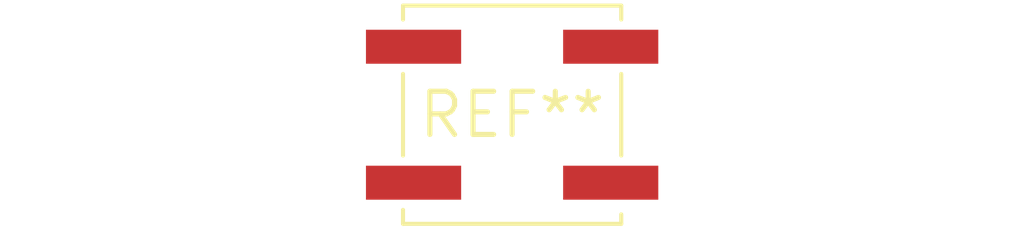
<source format=kicad_pcb>
(kicad_pcb (version 20240108) (generator pcbnew)
  (layers (0 "F.Cu" signal) (31 "B.Cu" signal) (34 "B.Paste" user) (35 "F.Paste" user) (36 "B.SilkS" user "B.Silkscreen") (37 "F.SilkS" user "F.Silkscreen") (38 "B.Mask" user) (39 "F.Mask" user) (44 "Edge.Cuts" user))
  (net 0 "")
  (footprint "SW_Push_1P1T_NO_CK_KSC7xxJ" (layer "F.Cu") (at 0 0)
    (property "Reference" "REF**")
    (property "Value" "SW_Push_1P1T_NO_CK_KSC7xxJ")
    (fp_line (start -3.21 -3.21) (end -3.21 -2.8) (layer "F.SilkS") (stroke (width 0.12)))
    (fp_line (start -3.21 -1.2) (end -3.21 1.2) (layer "F.SilkS") (stroke (width 0.12)))
    (fp_line (start -3.21 2.8) (end -3.21 3.21) (layer "F.SilkS") (stroke (width 0.12)))
    (fp_line (start -3.21 3.21) (end 3.21 3.21) (layer "F.SilkS") (stroke (width 0.12)))
    (fp_line (start 3.21 -3.21) (end -3.21 -3.21) (layer "F.SilkS") (stroke (width 0.12)))
    (fp_line (start 3.21 -2.8) (end 3.21 -3.21) (layer "F.SilkS") (stroke (width 0.12)))
    (fp_line (start 3.21 1.2) (end 3.21 -1.2) (layer "F.SilkS") (stroke (width 0.12)))
    (fp_line (start 3.21 3.21) (end 3.21 2.93) (layer "F.SilkS") (stroke (width 0.12)))
    (pad "1" smd rect (at -2.9 -2) (size 2.8 1) (layers "F.Cu" "F.Paste" "F.Mask"))
    (pad "1" smd rect (at 2.9 -2) (size 2.8 1) (layers "F.Cu" "F.Paste" "F.Mask"))
    (pad "2" smd rect (at -2.9 2) (size 2.8 1) (layers "F.Cu" "F.Paste" "F.Mask"))
    (pad "2" smd rect (at 2.9 2) (size 2.8 1) (layers "F.Cu" "F.Paste" "F.Mask"))
  )
)
</source>
